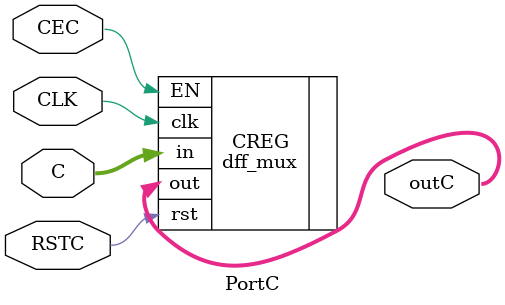
<source format=v>
module PortC(input[47:0] C,
			 input CLK,
			 input CEC,
			 input RSTC,
			 output[47:0] outC);


dff_mux #(.size(48),.pipeline(1)) CREG(.in(C),.clk(CLK),.EN(CEC),.rst(RSTC),.out(outC));

endmodule
</source>
